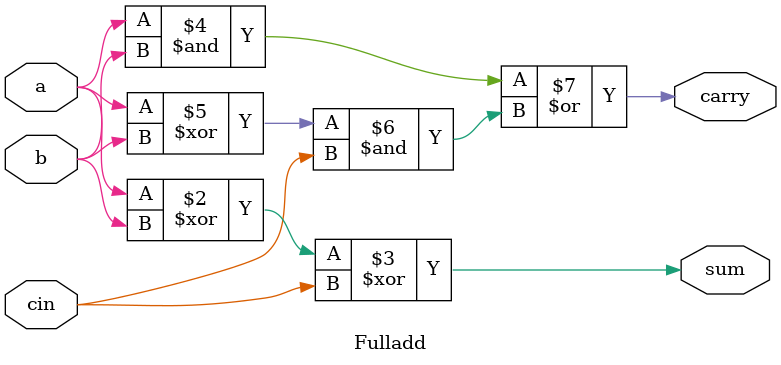
<source format=v>

module Fulladd(input a,b,cin,output reg sum,carry);
  
  always @(*)
    begin
      sum=a^b^cin;
      carry=a&b|(a^b)&cin;
    end
endmodule

//Design of Full adder using Data flow Modeling
/*module Fulladd(input a,b,cin,output reg sum,carry);
  
   assign sum=a^b^cin;
   assign carry=a&b|(a^b)&cin;
  
endmodule
*/

//Design of Full adder using Gate level Modeling
/*module Fulladd(input a,b,cin,output reg sum,carry);
  
  wire s_1,c_1,c_2;   //intermediate wire declaration
  
  xor g1(s_1,a,b);
  and g2(c_1,a,b);
  xor g3(sum,s_1,cin);
  and g4(c_2,s_1,cin);
  or g5(carry,c_1,c_2);
  
endmodule
*/

//Design of Full adder using Half adder
/*module Fulladd(input a,b,cin,output reg sum,carry);
  
  wire s_1,c_1,c_2;   //intermediate wire declaration
  
  HA m1(a,b,s_1,c_1);
  HA m2(s_1,cin,sum,c_2);
  or m3(carry,c_1,c_2);

endmodule
  
module HA(input a,b,output sum,carry);
      
  assign sum=a^b;
  assign carry=a&b;
  
endmodule
*/

</source>
